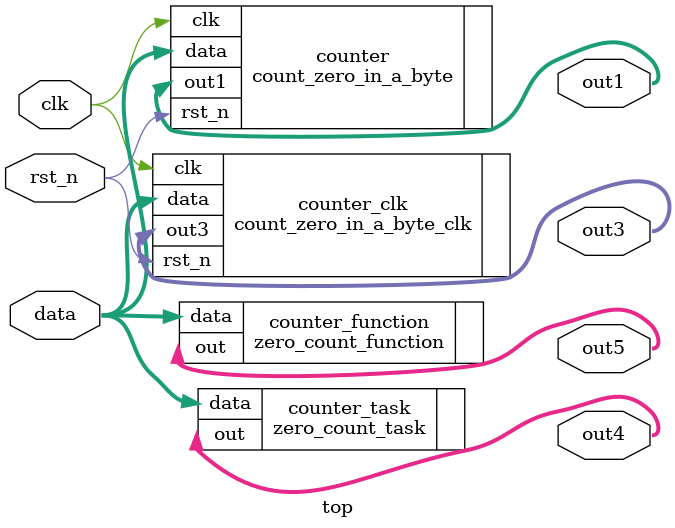
<source format=v>
`timescale 1ns / 1ps

module top(
    input clk, rst_n,
    input [7:0] data,
    output [2:0] out1, out3, 
    output [3:0] out4, out5
);

// Instantiate count_zero_in_a_byte
count_zero_in_a_byte counter(
    .clk(clk), 
    .rst_n(rst_n), 
    .data(data), 
    .out1(out1)
);

// Instantiate count_zero_in_a_byte_ver3
count_zero_in_a_byte_clk counter_clk(
    .clk(clk), 
    .rst_n(rst_n), 
    .data(data), 
    .out3(out3)
);

// Instantiate count_zero_in_a_byte_ver2
zero_count_task counter_task(
    .data(data), 
    .out(out4)
);

// Instantiate count_zero_in_a_byte_ver3
zero_count_function counter_function(
    .data(data), 
    .out(out5)
);

endmodule

</source>
